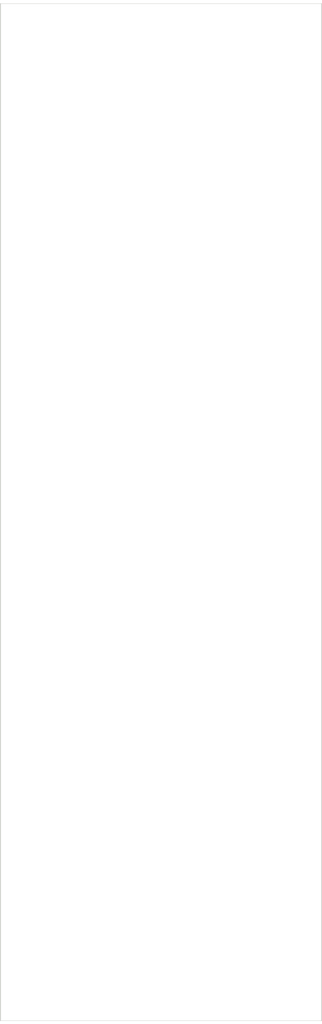
<source format=kicad_pcb>
(kicad_pcb (version 20171130) (host pcbnew "(5.1.6)-1")

  (general
    (thickness 1.6)
    (drawings 4)
    (tracks 0)
    (zones 0)
    (modules 14)
    (nets 1)
  )

  (page A4)
  (title_block
    (title Synthacon)
    (date 2019-09-22)
    (rev R01)
    (comment 1 "Panel PCB")
    (comment 2 "Original design by Ken Stone")
    (comment 4 "License CC BY 4.0 - Attribution 4.0 International")
  )

  (layers
    (0 F.Cu signal)
    (31 B.Cu signal)
    (32 B.Adhes user)
    (33 F.Adhes user)
    (34 B.Paste user)
    (35 F.Paste user)
    (36 B.SilkS user)
    (37 F.SilkS user)
    (38 B.Mask user)
    (39 F.Mask user)
    (40 Dwgs.User user)
    (41 Cmts.User user)
    (42 Eco1.User user)
    (43 Eco2.User user)
    (44 Edge.Cuts user)
    (45 Margin user)
    (46 B.CrtYd user)
    (47 F.CrtYd user)
    (48 B.Fab user)
    (49 F.Fab user)
  )

  (setup
    (last_trace_width 0.25)
    (trace_clearance 0.2)
    (zone_clearance 0.508)
    (zone_45_only no)
    (trace_min 0.2)
    (via_size 0.8)
    (via_drill 0.4)
    (via_min_size 0.4)
    (via_min_drill 0.3)
    (uvia_size 0.3)
    (uvia_drill 0.1)
    (uvias_allowed no)
    (uvia_min_size 0.2)
    (uvia_min_drill 0.1)
    (edge_width 0.05)
    (segment_width 0.2)
    (pcb_text_width 0.3)
    (pcb_text_size 1.5 1.5)
    (mod_edge_width 0.12)
    (mod_text_size 1 1)
    (mod_text_width 0.15)
    (pad_size 3.2 3.2)
    (pad_drill 3.2)
    (pad_to_mask_clearance 0.051)
    (solder_mask_min_width 0.25)
    (aux_axis_origin 0 0)
    (visible_elements 7FFFFFFF)
    (pcbplotparams
      (layerselection 0x010fc_ffffffff)
      (usegerberextensions true)
      (usegerberattributes false)
      (usegerberadvancedattributes false)
      (creategerberjobfile false)
      (excludeedgelayer false)
      (linewidth 0.150000)
      (plotframeref false)
      (viasonmask false)
      (mode 1)
      (useauxorigin false)
      (hpglpennumber 1)
      (hpglpenspeed 20)
      (hpglpendiameter 15.000000)
      (psnegative false)
      (psa4output false)
      (plotreference true)
      (plotvalue true)
      (plotinvisibletext false)
      (padsonsilk false)
      (subtractmaskfromsilk false)
      (outputformat 1)
      (mirror false)
      (drillshape 0)
      (scaleselection 1)
      (outputdirectory "gerber/"))
  )

  (net 0 "")

  (net_class Default "This is the default net class."
    (clearance 0.2)
    (trace_width 0.25)
    (via_dia 0.8)
    (via_drill 0.4)
    (uvia_dia 0.3)
    (uvia_drill 0.1)
  )

  (module elektrophon:panel_potentiometer (layer F.Cu) (tedit 6050AE96) (tstamp 60532907)
    (at 36.85 136.85)
    (descr "Mounting Hole 8.4mm, no annular, M8")
    (tags "mounting hole 8.4mm no annular m8")
    (path /5D6B1F1C)
    (attr virtual)
    (fp_text reference H10 (at 0 -9.4) (layer F.SilkS) hide
      (effects (font (size 1 1) (thickness 0.15)))
    )
    (fp_text value SLIDE (at 0 9.144) (layer F.Mask) hide
      (effects (font (size 2 1.4) (thickness 0.25)))
    )
    (fp_circle (center 0 0) (end 6.35 0) (layer Cmts.User) (width 0.15))
    (fp_circle (center 0 0) (end 4.6 0) (layer F.CrtYd) (width 0.05))
    (fp_text user %R (at 0.3 0) (layer F.Fab) hide
      (effects (font (size 1 1) (thickness 0.15)))
    )
    (pad "" np_thru_hole circle (at 0 0) (size 4.4 4.4) (drill 4.4) (layers *.Cu *.Mask))
  )

  (module elektrophon:panel_potentiometer (layer F.Cu) (tedit 6050AE96) (tstamp 605328D7)
    (at 37 121.55)
    (descr "Mounting Hole 8.4mm, no annular, M8")
    (tags "mounting hole 8.4mm no annular m8")
    (path /5D6B1F1C)
    (attr virtual)
    (fp_text reference H10 (at 0 -9.4) (layer F.SilkS) hide
      (effects (font (size 1 1) (thickness 0.15)))
    )
    (fp_text value SLIDE (at 0 9.144) (layer F.Mask) hide
      (effects (font (size 2 1.4) (thickness 0.25)))
    )
    (fp_text user %R (at 0.3 0) (layer F.Fab) hide
      (effects (font (size 1 1) (thickness 0.15)))
    )
    (fp_circle (center 0 0) (end 4.6 0) (layer F.CrtYd) (width 0.05))
    (fp_circle (center 0 0) (end 6.35 0) (layer Cmts.User) (width 0.15))
    (pad "" np_thru_hole circle (at 0 0) (size 4.4 4.4) (drill 4.4) (layers *.Cu *.Mask))
  )

  (module elektrophon:panel_potentiometer (layer F.Cu) (tedit 6050AE96) (tstamp 5D6B46DB)
    (at 51.7 94.1)
    (descr "Mounting Hole 8.4mm, no annular, M8")
    (tags "mounting hole 8.4mm no annular m8")
    (path /5D6B1F1C)
    (attr virtual)
    (fp_text reference H10 (at 0 -9.4) (layer F.SilkS) hide
      (effects (font (size 1 1) (thickness 0.15)))
    )
    (fp_text value SLIDE (at 0 9.144) (layer F.Mask) hide
      (effects (font (size 2 1.4) (thickness 0.25)))
    )
    (fp_circle (center 0 0) (end 6.35 0) (layer Cmts.User) (width 0.15))
    (fp_circle (center 0 0) (end 4.6 0) (layer F.CrtYd) (width 0.05))
    (fp_text user %R (at 0.3 0) (layer F.Fab) hide
      (effects (font (size 1 1) (thickness 0.15)))
    )
    (pad "" np_thru_hole circle (at 0 0) (size 4.4 4.4) (drill 4.4) (layers *.Cu *.Mask))
  )

  (module MountingHole:MountingHole_3.2mm_M3 (layer F.Cu) (tedit 56D1B4CB) (tstamp 5D87413D)
    (at 58.3 153.3)
    (descr "Mounting Hole 3.2mm, no annular, M3")
    (tags "mounting hole 3.2mm no annular m3")
    (path /5D6C1F77)
    (attr virtual)
    (fp_text reference H5 (at 0 -4.2) (layer F.SilkS) hide
      (effects (font (size 1 1) (thickness 0.15)))
    )
    (fp_text value MountingHole (at 0 4.2) (layer F.Fab) hide
      (effects (font (size 1 1) (thickness 0.15)))
    )
    (fp_circle (center 0 0) (end 3.45 0) (layer F.CrtYd) (width 0.05))
    (fp_circle (center 0 0) (end 3.2 0) (layer Cmts.User) (width 0.15))
    (fp_text user %R (at 0.3 0) (layer F.Fab)
      (effects (font (size 1 1) (thickness 0.15)))
    )
    (pad 1 np_thru_hole circle (at 0 0) (size 3.2 3.2) (drill 3.2) (layers *.Cu *.Mask))
  )

  (module MountingHole:MountingHole_3.2mm_M3 (layer F.Cu) (tedit 56D1B4CB) (tstamp 5D87413D)
    (at 58.4 30.9245)
    (descr "Mounting Hole 3.2mm, no annular, M3")
    (tags "mounting hole 3.2mm no annular m3")
    (path /5D6C1F77)
    (attr virtual)
    (fp_text reference H5 (at 0 -4.2) (layer F.SilkS) hide
      (effects (font (size 1 1) (thickness 0.15)))
    )
    (fp_text value MountingHole (at 0 4.2) (layer F.Fab) hide
      (effects (font (size 1 1) (thickness 0.15)))
    )
    (fp_circle (center 0 0) (end 3.45 0) (layer F.CrtYd) (width 0.05))
    (fp_circle (center 0 0) (end 3.2 0) (layer Cmts.User) (width 0.15))
    (fp_text user %R (at 0.3 0) (layer F.Fab)
      (effects (font (size 1 1) (thickness 0.15)))
    )
    (pad 1 np_thru_hole circle (at 0 0) (size 3.2 3.2) (drill 3.2) (layers *.Cu *.Mask))
  )

  (module elektrophon:panel_potentiometer (layer F.Cu) (tedit 5D6D74E4) (tstamp 5D862231)
    (at 45.7 50.6)
    (descr "Mounting Hole 8.4mm, no annular, M8")
    (tags "mounting hole 8.4mm no annular m8")
    (path /5D85D1C5)
    (attr virtual)
    (fp_text reference H12 (at 0 -9.4) (layer F.SilkS) hide
      (effects (font (size 1 1) (thickness 0.15)))
    )
    (fp_text value SCALE (at 0 9.144) (layer F.Mask) hide
      (effects (font (size 2 1.4) (thickness 0.25)))
    )
    (fp_circle (center 0 0) (end 6.35 0) (layer Cmts.User) (width 0.15))
    (fp_circle (center 0 0) (end 6.6 0) (layer F.CrtYd) (width 0.05))
    (fp_text user %R (at 0.3 0) (layer F.Fab) hide
      (effects (font (size 1 1) (thickness 0.15)))
    )
    (pad "" np_thru_hole circle (at 0 0) (size 7.4 7.4) (drill 7.4) (layers *.Cu *.Mask))
  )

  (module elektrophon:panel_potentiometer (layer F.Cu) (tedit 5D6D74E4) (tstamp 5D6B46F4)
    (at 45.7 69.3)
    (descr "Mounting Hole 8.4mm, no annular, M8")
    (tags "mounting hole 8.4mm no annular m8")
    (path /5D6B1F22)
    (attr virtual)
    (fp_text reference H11 (at 0 -9.4) (layer F.SilkS) hide
      (effects (font (size 1 1) (thickness 0.15)))
    )
    (fp_text value SLIDE (at 0 9.144) (layer F.Mask) hide
      (effects (font (size 2 1.4) (thickness 0.25)))
    )
    (fp_circle (center 0 0) (end 6.35 0) (layer Cmts.User) (width 0.15))
    (fp_circle (center 0 0) (end 6.6 0) (layer F.CrtYd) (width 0.05))
    (fp_text user %R (at 0.3 0) (layer F.Fab) hide
      (effects (font (size 1 1) (thickness 0.15)))
    )
    (pad "" np_thru_hole circle (at 0 0) (size 7.4 7.4) (drill 7.4) (layers *.Cu *.Mask))
  )

  (module elektrophon:panel_jack (layer F.Cu) (tedit 5D6D74CB) (tstamp 5D6B46C7)
    (at 53.65 121.8)
    (descr "Mounting Hole 8.4mm, no annular, M8")
    (tags "mounting hole 8.4mm no annular m8")
    (path /5D6B1F16)
    (attr virtual)
    (fp_text reference H9 (at 0 -9.4) (layer F.SilkS) hide
      (effects (font (size 1 1) (thickness 0.15)))
    )
    (fp_text value CV (at 0 9.144) (layer F.Mask) hide
      (effects (font (size 2 1.4) (thickness 0.25)))
    )
    (fp_circle (center 0 0) (end 4 0) (layer Cmts.User) (width 0.15))
    (fp_circle (center 0 0) (end 4.2 0) (layer F.CrtYd) (width 0.05))
    (fp_text user %R (at 0.3 0) (layer F.Fab) hide
      (effects (font (size 1 1) (thickness 0.15)))
    )
    (pad "" np_thru_hole circle (at 0 0) (size 6.4 6.4) (drill 6.4) (layers *.Cu *.Mask))
  )

  (module elektrophon:panel_jack (layer F.Cu) (tedit 5D6D74CB) (tstamp 5D6B46E0)
    (at 53.65 136.65)
    (descr "Mounting Hole 8.4mm, no annular, M8")
    (tags "mounting hole 8.4mm no annular m8")
    (path /5D6B4FC0)
    (attr virtual)
    (fp_text reference H4 (at 0 -9.4) (layer F.SilkS) hide
      (effects (font (size 1 1) (thickness 0.15)))
    )
    (fp_text value "CV IN" (at 0 9.144) (layer F.Mask) hide
      (effects (font (size 2 1.4) (thickness 0.25)))
    )
    (fp_circle (center 0 0) (end 4 0) (layer Cmts.User) (width 0.15))
    (fp_circle (center 0 0) (end 4.2 0) (layer F.CrtYd) (width 0.05))
    (fp_text user %R (at 0.3 0) (layer F.Fab) hide
      (effects (font (size 1 1) (thickness 0.15)))
    )
    (pad "" np_thru_hole circle (at 0 0) (size 6.4 6.4) (drill 6.4) (layers *.Cu *.Mask))
  )

  (module elektrophon:panel_jack (layer F.Cu) (tedit 5D6D74CB) (tstamp 5D6B46CC)
    (at 53.65 106.9)
    (descr "Mounting Hole 8.4mm, no annular, M8")
    (tags "mounting hole 8.4mm no annular m8")
    (path /5D6B4FBA)
    (attr virtual)
    (fp_text reference H3 (at 0 -9.4) (layer F.SilkS) hide
      (effects (font (size 1 1) (thickness 0.15)))
    )
    (fp_text value TRIG (at 0 9.144) (layer F.Mask) hide
      (effects (font (size 2 1.4) (thickness 0.25)))
    )
    (fp_circle (center 0 0) (end 4 0) (layer Cmts.User) (width 0.15))
    (fp_circle (center 0 0) (end 4.2 0) (layer F.CrtYd) (width 0.05))
    (fp_text user %R (at 0.3 0) (layer F.Fab)
      (effects (font (size 1 1) (thickness 0.15)))
    )
    (pad "" np_thru_hole circle (at 0 0) (size 6.4 6.4) (drill 6.4) (layers *.Cu *.Mask))
  )

  (module elektrophon:panel_jack (layer F.Cu) (tedit 5D6D74CB) (tstamp 5D6B46B8)
    (at 41.3 93.93)
    (descr "Mounting Hole 8.4mm, no annular, M8")
    (tags "mounting hole 8.4mm no annular m8")
    (path /5D6B4FB4)
    (attr virtual)
    (fp_text reference H2 (at 0 -9.4) (layer F.SilkS) hide
      (effects (font (size 1 1) (thickness 0.15)))
    )
    (fp_text value ON/EXT (at 0.32282 5.58476) (layer F.Mask) hide
      (effects (font (size 2 1.4) (thickness 0.25)))
    )
    (fp_circle (center 0 0) (end 4 0) (layer Cmts.User) (width 0.15))
    (fp_circle (center 0 0) (end 4.2 0) (layer F.CrtYd) (width 0.05))
    (fp_text user %R (at 0.3 0) (layer F.Fab) hide
      (effects (font (size 1 1) (thickness 0.15)))
    )
    (pad "" np_thru_hole circle (at 0 0) (size 6.4 6.4) (drill 6.4) (layers *.Cu *.Mask))
  )

  (module elektrophon:panel_jack (layer F.Cu) (tedit 5D6D74CB) (tstamp 5D6B46B3)
    (at 37.15 106.8)
    (descr "Mounting Hole 8.4mm, no annular, M8")
    (tags "mounting hole 8.4mm no annular m8")
    (path /5D6B1F10)
    (attr virtual)
    (fp_text reference H1 (at 0 -9.4) (layer F.SilkS) hide
      (effects (font (size 1 1) (thickness 0.15)))
    )
    (fp_text value SLIDE (at 0 9.144) (layer F.Mask) hide
      (effects (font (size 2 1.4) (thickness 0.25)))
    )
    (fp_circle (center 0 0) (end 4 0) (layer Cmts.User) (width 0.15))
    (fp_circle (center 0 0) (end 4.2 0) (layer F.CrtYd) (width 0.05))
    (fp_text user %R (at 0.3 0) (layer F.Fab) hide
      (effects (font (size 1 1) (thickness 0.15)))
    )
    (pad "" np_thru_hole circle (at 0 0) (size 6.4 6.4) (drill 6.4) (layers *.Cu *.Mask))
  )

  (module MountingHole:MountingHole_3.2mm_M3 (layer F.Cu) (tedit 56D1B4CB) (tstamp 5D6C7179)
    (at 32.7025 153.289)
    (descr "Mounting Hole 3.2mm, no annular, M3")
    (tags "mounting hole 3.2mm no annular m3")
    (path /5D6C2167)
    (attr virtual)
    (fp_text reference H6 (at 0 -4.2) (layer F.SilkS) hide
      (effects (font (size 1 1) (thickness 0.15)))
    )
    (fp_text value MountingHole (at 0 4.2) (layer F.Fab) hide
      (effects (font (size 1 1) (thickness 0.15)))
    )
    (fp_circle (center 0 0) (end 3.2 0) (layer Cmts.User) (width 0.15))
    (fp_circle (center 0 0) (end 3.45 0) (layer F.CrtYd) (width 0.05))
    (fp_text user %R (at 0.3 0) (layer F.Fab)
      (effects (font (size 1 1) (thickness 0.15)))
    )
    (pad 1 np_thru_hole circle (at 0 0) (size 3.2 3.2) (drill 3.2) (layers *.Cu *.Mask))
  )

  (module MountingHole:MountingHole_3.2mm_M3 (layer F.Cu) (tedit 56D1B4CB) (tstamp 5D6C7171)
    (at 32.7025 30.861)
    (descr "Mounting Hole 3.2mm, no annular, M3")
    (tags "mounting hole 3.2mm no annular m3")
    (path /5D6C1F77)
    (attr virtual)
    (fp_text reference H5 (at 0 -4.2) (layer F.SilkS) hide
      (effects (font (size 1 1) (thickness 0.15)))
    )
    (fp_text value MountingHole (at 0 4.2) (layer F.Fab) hide
      (effects (font (size 1 1) (thickness 0.15)))
    )
    (fp_circle (center 0 0) (end 3.2 0) (layer Cmts.User) (width 0.15))
    (fp_circle (center 0 0) (end 3.45 0) (layer F.CrtYd) (width 0.05))
    (fp_text user %R (at 0.3 0) (layer F.Fab)
      (effects (font (size 1 1) (thickness 0.15)))
    )
    (pad 1 np_thru_hole circle (at 0 0) (size 3.2 3.2) (drill 3.2) (layers *.Cu *.Mask))
  )

  (gr_line (start 65.86 27.85) (end 25.22 27.85) (layer Edge.Cuts) (width 0.05) (tstamp 6052C86D))
  (gr_line (start 65.86 156.35) (end 25.22 156.35) (layer Edge.Cuts) (width 0.05))
  (gr_line (start 65.86 27.85) (end 65.86 156.35) (layer Edge.Cuts) (width 0.12))
  (gr_line (start 25.22 27.85) (end 25.22 156.35) (layer Edge.Cuts) (width 0.12))

)

</source>
